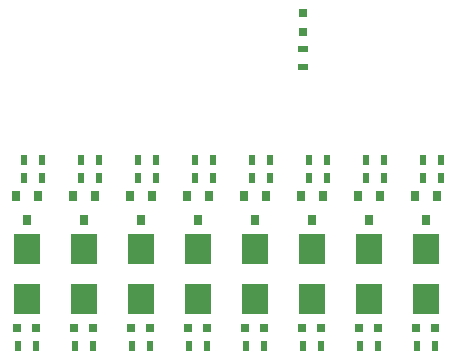
<source format=gbr>
%TF.GenerationSoftware,KiCad,Pcbnew,(5.1.6)-1*%
%TF.CreationDate,2020-12-06T15:26:43+11:00*%
%TF.ProjectId,mc13clkioout,6d633133-636c-46b6-996f-6f75742e6b69,rev?*%
%TF.SameCoordinates,Original*%
%TF.FileFunction,Paste,Top*%
%TF.FilePolarity,Positive*%
%FSLAX46Y46*%
G04 Gerber Fmt 4.6, Leading zero omitted, Abs format (unit mm)*
G04 Created by KiCad (PCBNEW (5.1.6)-1) date 2020-12-06 15:26:43*
%MOMM*%
%LPD*%
G01*
G04 APERTURE LIST*
%ADD10R,0.800000X0.900000*%
%ADD11R,2.300000X2.500000*%
%ADD12R,0.900000X0.500000*%
%ADD13R,0.500000X0.900000*%
%ADD14R,0.800000X0.800000*%
G04 APERTURE END LIST*
D10*
%TO.C,Q7*%
X123378000Y-107712000D03*
X121478000Y-107712000D03*
X122428000Y-109712000D03*
%TD*%
D11*
%TO.C,D15*%
X117602000Y-116450000D03*
X117602000Y-112150000D03*
%TD*%
%TO.C,D13*%
X122428000Y-116450000D03*
X122428000Y-112150000D03*
%TD*%
%TO.C,D11*%
X127254000Y-116450000D03*
X127254000Y-112150000D03*
%TD*%
%TO.C,D9*%
X132080000Y-116450000D03*
X132080000Y-112150000D03*
%TD*%
%TO.C,D7*%
X136906000Y-116450000D03*
X136906000Y-112150000D03*
%TD*%
%TO.C,D5*%
X141732000Y-116450000D03*
X141732000Y-112150000D03*
%TD*%
%TO.C,D3*%
X146558000Y-116450000D03*
X146558000Y-112150000D03*
%TD*%
%TO.C,D1*%
X151384000Y-116450000D03*
X151384000Y-112150000D03*
%TD*%
D12*
%TO.C,R25*%
X140970000Y-95274000D03*
X140970000Y-96774000D03*
%TD*%
D13*
%TO.C,R24*%
X118352000Y-120396000D03*
X116852000Y-120396000D03*
%TD*%
%TO.C,R23*%
X117360000Y-106172000D03*
X118860000Y-106172000D03*
%TD*%
%TO.C,R22*%
X118860000Y-104648000D03*
X117360000Y-104648000D03*
%TD*%
%TO.C,R21*%
X123178000Y-120396000D03*
X121678000Y-120396000D03*
%TD*%
%TO.C,R20*%
X122186000Y-106172000D03*
X123686000Y-106172000D03*
%TD*%
%TO.C,R19*%
X123686000Y-104648000D03*
X122186000Y-104648000D03*
%TD*%
%TO.C,R18*%
X128004000Y-120396000D03*
X126504000Y-120396000D03*
%TD*%
%TO.C,R17*%
X127012000Y-106172000D03*
X128512000Y-106172000D03*
%TD*%
%TO.C,R16*%
X128512000Y-104648000D03*
X127012000Y-104648000D03*
%TD*%
%TO.C,R15*%
X132830000Y-120396000D03*
X131330000Y-120396000D03*
%TD*%
%TO.C,R14*%
X131838000Y-106172000D03*
X133338000Y-106172000D03*
%TD*%
%TO.C,R13*%
X133338000Y-104648000D03*
X131838000Y-104648000D03*
%TD*%
%TO.C,R12*%
X137656000Y-120396000D03*
X136156000Y-120396000D03*
%TD*%
%TO.C,R11*%
X136664000Y-106172000D03*
X138164000Y-106172000D03*
%TD*%
%TO.C,R10*%
X138164000Y-104648000D03*
X136664000Y-104648000D03*
%TD*%
%TO.C,R9*%
X142482000Y-120396000D03*
X140982000Y-120396000D03*
%TD*%
%TO.C,R8*%
X141490000Y-106172000D03*
X142990000Y-106172000D03*
%TD*%
%TO.C,R7*%
X142990000Y-104648000D03*
X141490000Y-104648000D03*
%TD*%
%TO.C,R6*%
X147308000Y-120396000D03*
X145808000Y-120396000D03*
%TD*%
%TO.C,R5*%
X146316000Y-106172000D03*
X147816000Y-106172000D03*
%TD*%
%TO.C,R4*%
X147816000Y-104648000D03*
X146316000Y-104648000D03*
%TD*%
%TO.C,R3*%
X152134000Y-120396000D03*
X150634000Y-120396000D03*
%TD*%
%TO.C,R2*%
X151142000Y-106172000D03*
X152642000Y-106172000D03*
%TD*%
%TO.C,R1*%
X152642000Y-104648000D03*
X151142000Y-104648000D03*
%TD*%
D10*
%TO.C,Q8*%
X118552000Y-107712000D03*
X116652000Y-107712000D03*
X117602000Y-109712000D03*
%TD*%
%TO.C,Q6*%
X128204000Y-107712000D03*
X126304000Y-107712000D03*
X127254000Y-109712000D03*
%TD*%
%TO.C,Q5*%
X133030000Y-107712000D03*
X131130000Y-107712000D03*
X132080000Y-109712000D03*
%TD*%
%TO.C,Q4*%
X137856000Y-107712000D03*
X135956000Y-107712000D03*
X136906000Y-109712000D03*
%TD*%
%TO.C,Q3*%
X142682000Y-107712000D03*
X140782000Y-107712000D03*
X141732000Y-109712000D03*
%TD*%
%TO.C,Q2*%
X147508000Y-107712000D03*
X145608000Y-107712000D03*
X146558000Y-109712000D03*
%TD*%
%TO.C,Q1*%
X152334000Y-107728000D03*
X150434000Y-107728000D03*
X151384000Y-109728000D03*
%TD*%
D14*
%TO.C,D17*%
X140970000Y-93764000D03*
X140970000Y-92164000D03*
%TD*%
%TO.C,D16*%
X116802000Y-118872000D03*
X118402000Y-118872000D03*
%TD*%
%TO.C,D14*%
X121628000Y-118872000D03*
X123228000Y-118872000D03*
%TD*%
%TO.C,D12*%
X126454000Y-118872000D03*
X128054000Y-118872000D03*
%TD*%
%TO.C,D10*%
X131280000Y-118872000D03*
X132880000Y-118872000D03*
%TD*%
%TO.C,D8*%
X136106000Y-118872000D03*
X137706000Y-118872000D03*
%TD*%
%TO.C,D6*%
X140932000Y-118872000D03*
X142532000Y-118872000D03*
%TD*%
%TO.C,D4*%
X145758000Y-118872000D03*
X147358000Y-118872000D03*
%TD*%
%TO.C,D2*%
X150546000Y-118872000D03*
X152146000Y-118872000D03*
%TD*%
M02*

</source>
